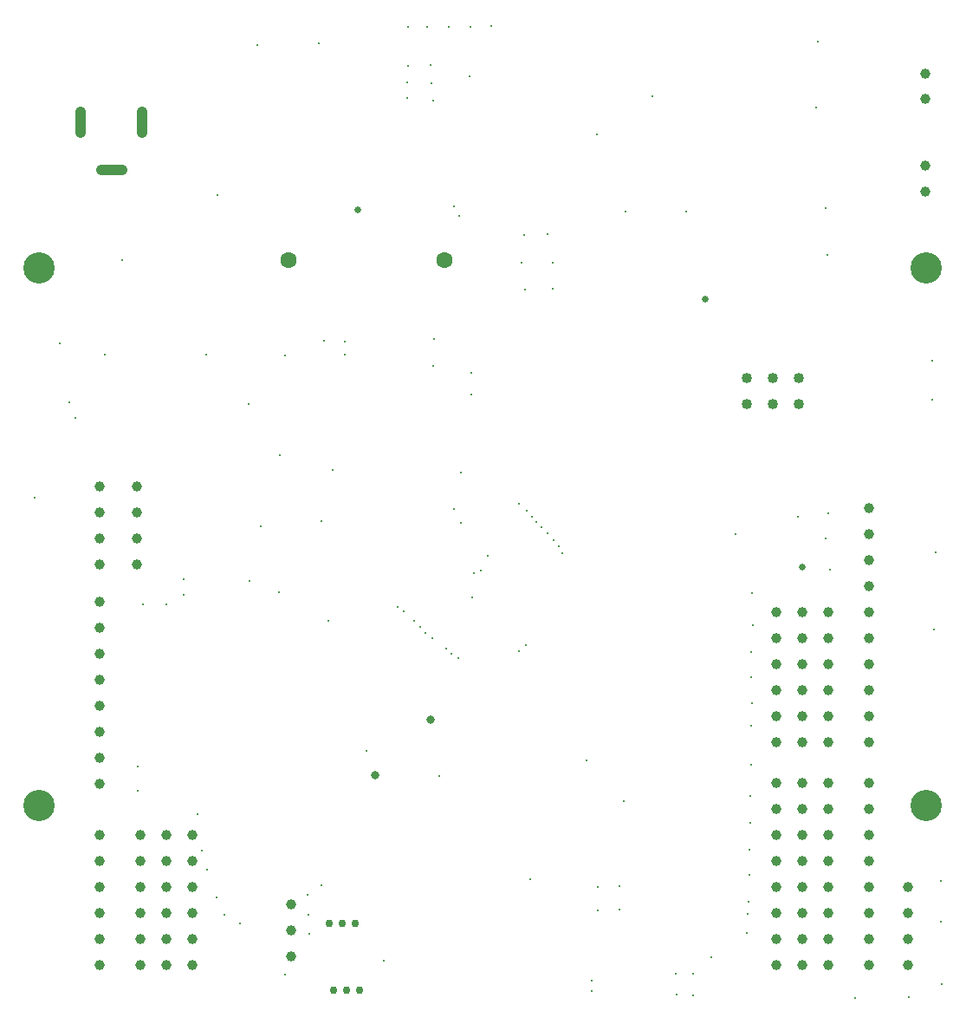
<source format=gbr>
%TF.GenerationSoftware,KiCad,Pcbnew,(5.1.5)-3*%
%TF.CreationDate,2020-03-30T01:43:17+08:00*%
%TF.ProjectId,arduino_wifi,61726475-696e-46f5-9f77-6966692e6b69,REV_1.0*%
%TF.SameCoordinates,Original*%
%TF.FileFunction,Plated,1,2,PTH,Mixed*%
%TF.FilePolarity,Positive*%
%FSLAX46Y46*%
G04 Gerber Fmt 4.6, Leading zero omitted, Abs format (unit mm)*
G04 Created by KiCad (PCBNEW (5.1.5)-3) date 2020-03-30 01:43:17*
%MOMM*%
%LPD*%
G04 APERTURE LIST*
%TA.AperFunction,ViaDrill*%
%ADD10C,0.300000*%
%TD*%
%TA.AperFunction,ViaDrill*%
%ADD11C,0.635000*%
%TD*%
%TA.AperFunction,ComponentDrill*%
%ADD12C,0.750000*%
%TD*%
%TA.AperFunction,ComponentDrill*%
%ADD13C,0.800000*%
%TD*%
%TA.AperFunction,ComponentDrill*%
%ADD14C,1.000000*%
%TD*%
G04 aperture for slot hole*
%TA.AperFunction,ComponentDrill*%
%ADD15C,1.000000*%
%TD*%
%TA.AperFunction,ComponentDrill*%
%ADD16C,1.016000*%
%TD*%
%TA.AperFunction,ComponentDrill*%
%ADD17C,1.600000*%
%TD*%
%TA.AperFunction,ComponentDrill*%
%ADD18C,3.048000*%
%TD*%
G04 APERTURE END LIST*
D10*
X103479600Y-89154000D03*
X105918000Y-74066400D03*
X106850000Y-79850000D03*
X107451348Y-81351348D03*
X110337600Y-75184000D03*
X112064800Y-65989200D03*
X113538000Y-115417600D03*
X113538000Y-117805200D03*
X114046000Y-99568000D03*
X116382800Y-99568000D03*
X118008400Y-97129600D03*
X118059200Y-98653600D03*
X119425000Y-120025000D03*
X119825000Y-123600000D03*
X120200000Y-75200000D03*
X120300000Y-125475000D03*
X121250000Y-128200000D03*
X121361200Y-59639200D03*
X122000000Y-129875000D03*
X123525000Y-130750000D03*
X124375000Y-80000000D03*
X124510800Y-97332800D03*
X125272800Y-44958000D03*
X125550000Y-91925000D03*
X127355600Y-98399600D03*
X127406400Y-84988400D03*
X127914400Y-75285600D03*
X127950000Y-135700000D03*
X130175000Y-127950000D03*
X130200000Y-129875000D03*
X130275000Y-131775000D03*
X131216400Y-44805600D03*
X131470400Y-91490800D03*
X131475000Y-126975000D03*
X131775200Y-73863200D03*
X132200000Y-101150000D03*
X132600000Y-86450000D03*
X133807200Y-73914000D03*
X133807200Y-75234800D03*
X135900000Y-113900000D03*
X137600000Y-134350000D03*
X138968398Y-99838799D03*
X139550000Y-100275000D03*
X139852400Y-48615600D03*
X139903200Y-50139600D03*
X139954000Y-46990000D03*
X140004800Y-43180000D03*
X140525000Y-101225000D03*
X141150000Y-101800000D03*
X141675000Y-102374998D03*
X141833600Y-43180000D03*
X142189200Y-46888400D03*
X142240000Y-48666400D03*
X142325000Y-102875000D03*
X142425000Y-76325000D03*
X142443200Y-50393600D03*
X142494000Y-73660000D03*
X143050000Y-116300000D03*
X143679219Y-103875696D03*
X143967200Y-43180000D03*
X144225000Y-104424998D03*
X144424400Y-60756800D03*
X144450000Y-90250000D03*
X144875000Y-104850000D03*
X144983200Y-61620400D03*
X145132490Y-86725000D03*
X145132490Y-91600000D03*
X145948400Y-48056800D03*
X146100800Y-43180000D03*
X146149998Y-79075000D03*
X146150000Y-76975000D03*
X146250000Y-98925000D03*
X146417401Y-96560018D03*
X147074999Y-96250000D03*
X147725000Y-94800000D03*
X148082000Y-43078400D03*
X150800000Y-89775000D03*
X150800000Y-104125000D03*
X151028400Y-66243200D03*
X151282400Y-63500000D03*
X151434800Y-68834000D03*
X151475000Y-103550000D03*
X151525000Y-90425000D03*
X151900000Y-126425000D03*
X152038474Y-90984416D03*
X152524817Y-91524789D03*
X153000000Y-92075000D03*
X153568400Y-63398400D03*
X153625000Y-92650000D03*
X154076400Y-68783200D03*
X154127200Y-66192400D03*
X154175000Y-93350000D03*
X154718639Y-93927891D03*
X155050000Y-94600000D03*
X157429200Y-114858800D03*
X157886400Y-137312400D03*
X157937200Y-136347200D03*
X158394400Y-53695600D03*
X158546800Y-127152400D03*
X158546800Y-129438400D03*
X160629600Y-127101600D03*
X160629600Y-129387600D03*
X161036000Y-118770400D03*
X161188400Y-61214000D03*
X163830000Y-49936400D03*
X166166800Y-135686800D03*
X166217600Y-137668000D03*
X167132000Y-61264800D03*
X167843200Y-135686800D03*
X167843200Y-137769600D03*
X169621200Y-134010400D03*
X172008800Y-92710000D03*
X173050000Y-131625000D03*
X173150000Y-129825000D03*
X173250000Y-128600000D03*
X173300000Y-126025000D03*
X173325000Y-123550000D03*
X173400000Y-120925000D03*
X173450000Y-118325000D03*
X173475000Y-115250000D03*
X173500000Y-104225000D03*
X173500000Y-111425000D03*
X173525000Y-106725000D03*
X173550000Y-98475000D03*
X173575000Y-109250000D03*
X173625000Y-101575000D03*
X178104800Y-91033600D03*
X179850000Y-51050000D03*
X180050000Y-44600000D03*
X180746400Y-93116400D03*
X180797200Y-60858400D03*
X180949600Y-65481200D03*
X181000400Y-90678000D03*
X181203600Y-96164400D03*
X183692800Y-138023600D03*
X188874400Y-137922000D03*
X191160400Y-75793600D03*
X191211200Y-79603600D03*
X191363600Y-102057200D03*
X191566800Y-94538800D03*
X192024000Y-126593600D03*
X192074800Y-130606800D03*
X192125600Y-136652000D03*
D11*
X135050000Y-61075000D03*
X169000002Y-69800000D03*
X178449998Y-95975000D03*
D12*
%TO.C,Q3*%
X132250000Y-130750000D03*
X133520000Y-130750000D03*
X134790000Y-130750000D03*
%TO.C,Q2*%
X132710000Y-137250000D03*
X133980000Y-137250000D03*
X135250000Y-137250000D03*
D13*
%TO.C,D5*%
X136750000Y-116250000D03*
X142138154Y-110861846D03*
D14*
%TO.C,J16*%
X178460000Y-100300000D03*
X178460000Y-102840000D03*
X178460000Y-105380000D03*
X178460000Y-107920000D03*
X178460000Y-110460000D03*
X178460000Y-113000000D03*
%TO.C,J18*%
X118880000Y-122140000D03*
X118880000Y-124680000D03*
X118880000Y-127220000D03*
X118880000Y-129760000D03*
X118880000Y-132300000D03*
X118880000Y-134840000D03*
%TO.C,J15*%
X181000000Y-100300000D03*
X181000000Y-102840000D03*
X181000000Y-105380000D03*
X181000000Y-107920000D03*
X181000000Y-110460000D03*
X181000000Y-113000000D03*
%TO.C,J11*%
X116340000Y-122140000D03*
X116340000Y-124680000D03*
X116340000Y-127220000D03*
X116340000Y-129760000D03*
X116340000Y-132300000D03*
X116340000Y-134840000D03*
%TO.C,J17*%
X188800000Y-127210000D03*
X188800000Y-129750000D03*
X188800000Y-132290000D03*
X188800000Y-134830000D03*
%TO.C,J5*%
X190500000Y-56750000D03*
X190500000Y-59250000D03*
%TO.C,J6*%
X128575000Y-128870000D03*
X128575000Y-131410000D03*
X128575000Y-133950000D03*
%TO.C,J20*%
X113500000Y-88050000D03*
X113500000Y-90590000D03*
X113500000Y-93130000D03*
X113500000Y-95670000D03*
%TO.C,J14*%
X175920000Y-100300000D03*
X175920000Y-102840000D03*
X175920000Y-105380000D03*
X175920000Y-107920000D03*
X175920000Y-110460000D03*
X175920000Y-113000000D03*
%TO.C,J9*%
X185000000Y-90140000D03*
X185000000Y-92680000D03*
X185000000Y-95220000D03*
X185000000Y-97760000D03*
X185000000Y-100300000D03*
X185000000Y-102840000D03*
X185000000Y-105380000D03*
X185000000Y-107920000D03*
X185000000Y-110460000D03*
X185000000Y-113000000D03*
%TO.C,J21*%
X181000000Y-117060000D03*
X181000000Y-119600000D03*
X181000000Y-122140000D03*
X181000000Y-124680000D03*
X181000000Y-127220000D03*
X181000000Y-129760000D03*
X181000000Y-132300000D03*
X181000000Y-134840000D03*
%TO.C,J22*%
X109800000Y-122140000D03*
X109800000Y-124680000D03*
X109800000Y-127220000D03*
X109800000Y-129760000D03*
X109800000Y-132300000D03*
X109800000Y-134840000D03*
%TO.C,J4*%
X190500000Y-47750000D03*
X190500000Y-50250000D03*
%TO.C,J8*%
X113800000Y-122140000D03*
X113800000Y-124680000D03*
X113800000Y-127220000D03*
X113800000Y-129760000D03*
X113800000Y-132300000D03*
X113800000Y-134840000D03*
%TO.C,J10*%
X175920000Y-117060000D03*
X175920000Y-119600000D03*
X175920000Y-122140000D03*
X175920000Y-124680000D03*
X175920000Y-127220000D03*
X175920000Y-129760000D03*
X175920000Y-132300000D03*
X175920000Y-134840000D03*
%TO.C,J7*%
X178460000Y-117060000D03*
X178460000Y-119600000D03*
X178460000Y-122140000D03*
X178460000Y-124680000D03*
X178460000Y-127220000D03*
X178460000Y-129760000D03*
X178460000Y-132300000D03*
X178460000Y-134840000D03*
%TO.C,J19*%
X109800000Y-99340000D03*
X109800000Y-101880000D03*
X109800000Y-104420000D03*
X109800000Y-106960000D03*
X109800000Y-109500000D03*
X109800000Y-112040000D03*
X109800000Y-114580000D03*
X109800000Y-117120000D03*
D15*
%TO.C,J1*%
X108000000Y-53500000D02*
X108000000Y-51500000D01*
X112000000Y-57200000D02*
X110000000Y-57200000D01*
X114000000Y-53500000D02*
X114000000Y-51500000D01*
D14*
%TO.C,J12*%
X185000000Y-117060000D03*
X185000000Y-119600000D03*
X185000000Y-122140000D03*
X185000000Y-124680000D03*
X185000000Y-127220000D03*
X185000000Y-129760000D03*
X185000000Y-132300000D03*
X185000000Y-134840000D03*
%TO.C,J13*%
X109800000Y-88050000D03*
X109800000Y-90590000D03*
X109800000Y-93130000D03*
X109800000Y-95670000D03*
D16*
%TO.C,J2*%
X173075000Y-77510000D03*
X173075000Y-80050000D03*
X175615000Y-77510000D03*
X175615000Y-80050000D03*
X178155000Y-77510000D03*
X178155000Y-80050000D03*
D17*
%TO.C,D2*%
X128260000Y-66000000D03*
X143500000Y-66000000D03*
D18*
%TO.C,P7*%
X103860600Y-66700400D03*
X103860600Y-119253000D03*
X190627000Y-119253000D03*
X190627000Y-66700400D03*
M02*

</source>
